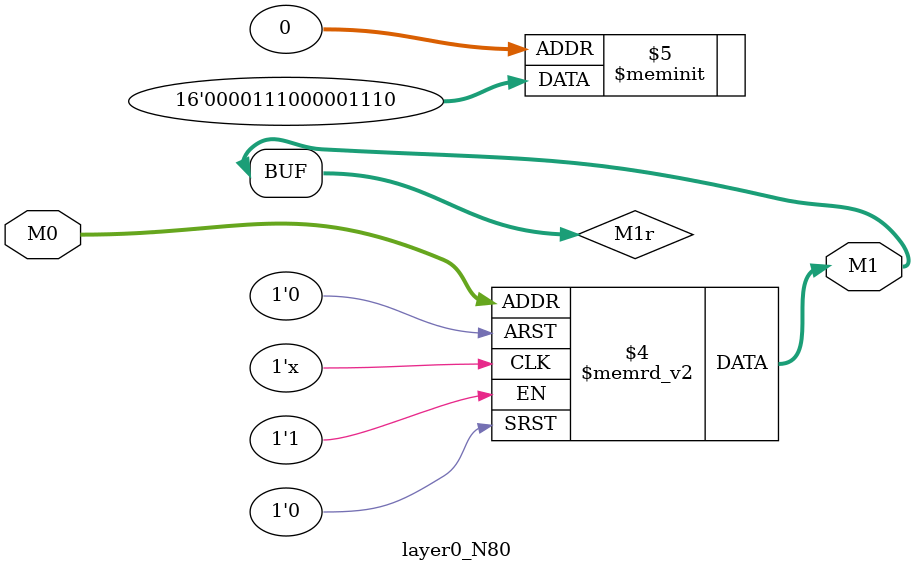
<source format=v>
module layer0_N80 ( input [2:0] M0, output [1:0] M1 );

	(*rom_style = "distributed" *) reg [1:0] M1r;
	assign M1 = M1r;
	always @ (M0) begin
		case (M0)
			3'b000: M1r = 2'b10;
			3'b100: M1r = 2'b10;
			3'b010: M1r = 2'b00;
			3'b110: M1r = 2'b00;
			3'b001: M1r = 2'b11;
			3'b101: M1r = 2'b11;
			3'b011: M1r = 2'b00;
			3'b111: M1r = 2'b00;

		endcase
	end
endmodule

</source>
